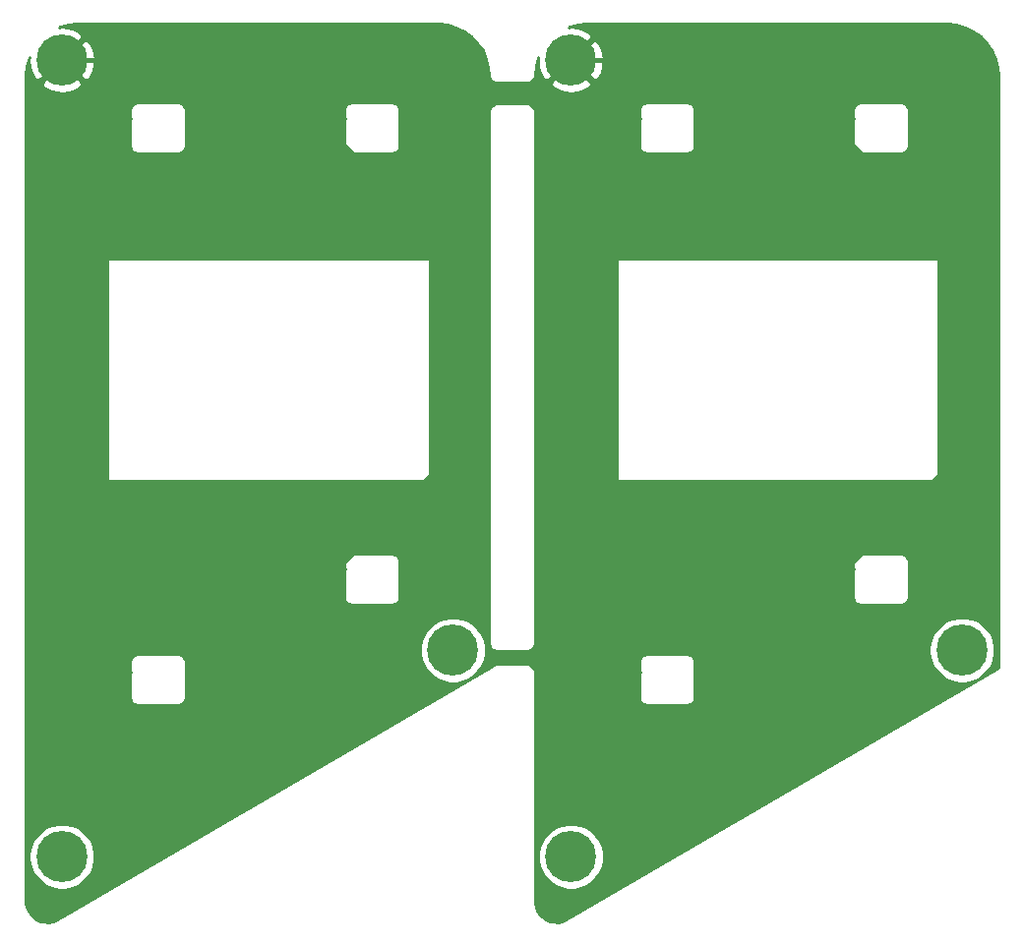
<source format=gtl>
G04 #@! TF.GenerationSoftware,KiCad,Pcbnew,5.1.5+dfsg1-2build2*
G04 #@! TF.CreationDate,2020-12-13T19:06:00+09:00*
G04 #@! TF.ProjectId,shield,73686965-6c64-42e6-9b69-6361645f7063,rev?*
G04 #@! TF.SameCoordinates,Original*
G04 #@! TF.FileFunction,Copper,L1,Top*
G04 #@! TF.FilePolarity,Positive*
%FSLAX46Y46*%
G04 Gerber Fmt 4.6, Leading zero omitted, Abs format (unit mm)*
G04 Created by KiCad (PCBNEW 5.1.5+dfsg1-2build2) date 2020-12-13 19:06:00*
%MOMM*%
%LPD*%
G04 APERTURE LIST*
%ADD10C,0.700000*%
%ADD11C,4.400000*%
%ADD12C,0.800000*%
%ADD13C,0.400000*%
%ADD14C,0.254000*%
G04 APERTURE END LIST*
D10*
X158011726Y-83923274D03*
X156845000Y-83440000D03*
X155678274Y-83923274D03*
X155195000Y-85090000D03*
X155678274Y-86256726D03*
X156845000Y-86740000D03*
X158011726Y-86256726D03*
X158495000Y-85090000D03*
D11*
X156845000Y-85090000D03*
X113030000Y-85090000D03*
D10*
X114680000Y-85090000D03*
X114196726Y-86256726D03*
X113030000Y-86740000D03*
X111863274Y-86256726D03*
X111380000Y-85090000D03*
X111863274Y-83923274D03*
X113030000Y-83440000D03*
X114196726Y-83923274D03*
D11*
X146685000Y-67310000D03*
D10*
X148335000Y-67310000D03*
X147851726Y-68476726D03*
X146685000Y-68960000D03*
X145518274Y-68476726D03*
X145035000Y-67310000D03*
X145518274Y-66143274D03*
X146685000Y-65660000D03*
X147851726Y-66143274D03*
X191666726Y-66143274D03*
X190500000Y-65660000D03*
X189333274Y-66143274D03*
X188850000Y-67310000D03*
X189333274Y-68476726D03*
X190500000Y-68960000D03*
X191666726Y-68476726D03*
X192150000Y-67310000D03*
D11*
X190500000Y-67310000D03*
D10*
X114196726Y-15343274D03*
X113030000Y-14860000D03*
X111863274Y-15343274D03*
X111380000Y-16510000D03*
X111863274Y-17676726D03*
X113030000Y-18160000D03*
X114196726Y-17676726D03*
X114680000Y-16510000D03*
D11*
X113030000Y-16510000D03*
X156845000Y-16510000D03*
D10*
X158495000Y-16510000D03*
X158011726Y-17676726D03*
X156845000Y-18160000D03*
X155678274Y-17676726D03*
X155195000Y-16510000D03*
X155678274Y-15343274D03*
X156845000Y-14860000D03*
X158011726Y-15343274D03*
D12*
X137160000Y-60325000D03*
X142875000Y-26035000D03*
X137160000Y-21590000D03*
X138430000Y-66675000D03*
X118745000Y-21590000D03*
X118745000Y-69215000D03*
X186690000Y-26035000D03*
X182245000Y-66675000D03*
X162560000Y-21590000D03*
X162560000Y-69215000D03*
X180975000Y-21590000D03*
X180975000Y-60325000D03*
D13*
X137160000Y-23662552D02*
X144747010Y-31249562D01*
X116872990Y-67342990D02*
X116872990Y-23462010D01*
X113030000Y-16510000D02*
X132080000Y-16510000D01*
X118110000Y-21590000D02*
X118745000Y-21590000D01*
X161925000Y-21590000D02*
X162560000Y-21590000D01*
X175895000Y-16510000D02*
X180975000Y-21590000D01*
X116872990Y-23462010D02*
X118345001Y-21989999D01*
X132080000Y-16510000D02*
X137160000Y-21590000D01*
X162560000Y-69215000D02*
X160687990Y-67342990D01*
X113030000Y-16510000D02*
X118110000Y-21590000D01*
X156845000Y-16510000D02*
X175895000Y-16510000D01*
X180975000Y-21590000D02*
X180975000Y-23662552D01*
X188562010Y-52266755D02*
X180975000Y-59853765D01*
X180975000Y-59853765D02*
X180975000Y-60325000D01*
X137160000Y-21590000D02*
X137160000Y-23662552D01*
X144747010Y-31249562D02*
X144747010Y-52266755D01*
X137160000Y-59853765D02*
X137160000Y-60325000D01*
X118745000Y-69215000D02*
X116872990Y-67342990D01*
X160687990Y-67342990D02*
X160687990Y-23462010D01*
X160687990Y-23462010D02*
X162160001Y-21989999D01*
X162160001Y-21989999D02*
X162560000Y-21590000D01*
X156845000Y-16510000D02*
X161925000Y-21590000D01*
X144747010Y-52266755D02*
X137160000Y-59853765D01*
X180975000Y-23662552D02*
X188562010Y-31249562D01*
X188562010Y-31249562D02*
X188562010Y-52266755D01*
X118345001Y-21989999D02*
X118745000Y-21590000D01*
D14*
G36*
X146188358Y-13481842D02*
G01*
X146937277Y-13686723D01*
X147638072Y-14020986D01*
X148268605Y-14474069D01*
X148808934Y-15031645D01*
X149241989Y-15676099D01*
X149554073Y-16387044D01*
X149736640Y-17147493D01*
X149782438Y-17771139D01*
X149781565Y-17780000D01*
X149795273Y-17919184D01*
X149835872Y-18053020D01*
X149901800Y-18176363D01*
X149990525Y-18284475D01*
X150098637Y-18373200D01*
X150221980Y-18439128D01*
X150355816Y-18479727D01*
X150460123Y-18490000D01*
X153069877Y-18490000D01*
X153174184Y-18479727D01*
X153308020Y-18439128D01*
X153431363Y-18373200D01*
X153539475Y-18284475D01*
X153628200Y-18176363D01*
X153694128Y-18053020D01*
X153734727Y-17919184D01*
X153748435Y-17780000D01*
X153748113Y-17776734D01*
X153816842Y-17006642D01*
X154020970Y-16260474D01*
X153996322Y-16525174D01*
X154054019Y-17080632D01*
X154218972Y-17614161D01*
X154467982Y-18080024D01*
X154855225Y-18320170D01*
X156665395Y-16510000D01*
X157024605Y-16510000D01*
X158834775Y-18320170D01*
X159222018Y-18080024D01*
X159482641Y-17586123D01*
X159641901Y-17050867D01*
X159693678Y-16494826D01*
X159635981Y-15939368D01*
X159471028Y-15405839D01*
X159222018Y-14939976D01*
X158834775Y-14699830D01*
X157024605Y-16510000D01*
X156665395Y-16510000D01*
X156651253Y-16495858D01*
X156830858Y-16316253D01*
X156845000Y-16330395D01*
X158655170Y-14520225D01*
X158415024Y-14132982D01*
X157921123Y-13872359D01*
X157385867Y-13713099D01*
X156829826Y-13661322D01*
X156627773Y-13682310D01*
X156722044Y-13640927D01*
X157482493Y-13458360D01*
X158141031Y-13410000D01*
X189198382Y-13410000D01*
X190003358Y-13481842D01*
X190752277Y-13686723D01*
X191453072Y-14020986D01*
X192083605Y-14474069D01*
X192623934Y-15031645D01*
X193056989Y-15676099D01*
X193369073Y-16387044D01*
X193551640Y-17147493D01*
X193600001Y-17806044D01*
X193600000Y-68807423D01*
X156402854Y-90529551D01*
X156058992Y-90661307D01*
X155707664Y-90721772D01*
X155351289Y-90712844D01*
X155003433Y-90634867D01*
X154677348Y-90490808D01*
X154385451Y-90286154D01*
X154138870Y-90028708D01*
X153946986Y-89728264D01*
X153817114Y-89396275D01*
X153750547Y-89025011D01*
X153745000Y-88885847D01*
X153745000Y-84810777D01*
X154010000Y-84810777D01*
X154010000Y-85369223D01*
X154118948Y-85916939D01*
X154332656Y-86432876D01*
X154642912Y-86897207D01*
X155037793Y-87292088D01*
X155502124Y-87602344D01*
X156018061Y-87816052D01*
X156565777Y-87925000D01*
X157124223Y-87925000D01*
X157671939Y-87816052D01*
X158187876Y-87602344D01*
X158652207Y-87292088D01*
X159047088Y-86897207D01*
X159357344Y-86432876D01*
X159571052Y-85916939D01*
X159680000Y-85369223D01*
X159680000Y-84810777D01*
X159571052Y-84263061D01*
X159357344Y-83747124D01*
X159047088Y-83282793D01*
X158652207Y-82887912D01*
X158187876Y-82577656D01*
X157671939Y-82363948D01*
X157124223Y-82255000D01*
X156565777Y-82255000D01*
X156018061Y-82363948D01*
X155502124Y-82577656D01*
X155037793Y-82887912D01*
X154642912Y-83282793D01*
X154332656Y-83747124D01*
X154118948Y-84263061D01*
X154010000Y-84810777D01*
X153745000Y-84810777D01*
X153745000Y-69249876D01*
X153748435Y-69215000D01*
X153734727Y-69075816D01*
X153694128Y-68941980D01*
X153628200Y-68818637D01*
X153539475Y-68710525D01*
X153431363Y-68621800D01*
X153308020Y-68555872D01*
X153174184Y-68515273D01*
X153069877Y-68505000D01*
X153035000Y-68501565D01*
X153000123Y-68505000D01*
X150551438Y-68505000D01*
X150538133Y-68502871D01*
X150481651Y-68505000D01*
X150460123Y-68505000D01*
X150446775Y-68506315D01*
X150398375Y-68508139D01*
X150377343Y-68513153D01*
X150355816Y-68515273D01*
X150309454Y-68529337D01*
X150262329Y-68540571D01*
X150242674Y-68549595D01*
X150221980Y-68555872D01*
X150179245Y-68578715D01*
X150167076Y-68584301D01*
X150148523Y-68595136D01*
X150098637Y-68621800D01*
X150088212Y-68630355D01*
X112587854Y-90529551D01*
X112243992Y-90661307D01*
X111892664Y-90721772D01*
X111536289Y-90712844D01*
X111188433Y-90634867D01*
X110862348Y-90490808D01*
X110570451Y-90286154D01*
X110323870Y-90028708D01*
X110131986Y-89728264D01*
X110002114Y-89396275D01*
X109935547Y-89025011D01*
X109930000Y-88885847D01*
X109930000Y-84810777D01*
X110195000Y-84810777D01*
X110195000Y-85369223D01*
X110303948Y-85916939D01*
X110517656Y-86432876D01*
X110827912Y-86897207D01*
X111222793Y-87292088D01*
X111687124Y-87602344D01*
X112203061Y-87816052D01*
X112750777Y-87925000D01*
X113309223Y-87925000D01*
X113856939Y-87816052D01*
X114372876Y-87602344D01*
X114837207Y-87292088D01*
X115232088Y-86897207D01*
X115542344Y-86432876D01*
X115756052Y-85916939D01*
X115865000Y-85369223D01*
X115865000Y-84810777D01*
X115756052Y-84263061D01*
X115542344Y-83747124D01*
X115232088Y-83282793D01*
X114837207Y-82887912D01*
X114372876Y-82577656D01*
X113856939Y-82363948D01*
X113309223Y-82255000D01*
X112750777Y-82255000D01*
X112203061Y-82363948D01*
X111687124Y-82577656D01*
X111222793Y-82887912D01*
X110827912Y-83282793D01*
X110517656Y-83747124D01*
X110303948Y-84263061D01*
X110195000Y-84810777D01*
X109930000Y-84810777D01*
X109930000Y-68350000D01*
X118886638Y-68350000D01*
X118890001Y-68384145D01*
X118890000Y-71315865D01*
X118886638Y-71350000D01*
X118900057Y-71486244D01*
X118939798Y-71617252D01*
X119004333Y-71737989D01*
X119091183Y-71843817D01*
X119197011Y-71930667D01*
X119317748Y-71995202D01*
X119448756Y-72034943D01*
X119585000Y-72048362D01*
X119619134Y-72045000D01*
X122950866Y-72045000D01*
X122985000Y-72048362D01*
X123121244Y-72034943D01*
X123252252Y-71995202D01*
X123372989Y-71930667D01*
X123478817Y-71843817D01*
X123565667Y-71737989D01*
X123630202Y-71617252D01*
X123669943Y-71486244D01*
X123680000Y-71384135D01*
X123680000Y-71384134D01*
X123683362Y-71350000D01*
X123680000Y-71315865D01*
X123680000Y-68384135D01*
X123683362Y-68350000D01*
X123669943Y-68213756D01*
X123630202Y-68082748D01*
X123565667Y-67962011D01*
X123478817Y-67856183D01*
X123372989Y-67769333D01*
X123252252Y-67704798D01*
X123121244Y-67665057D01*
X123019135Y-67655000D01*
X123019134Y-67655000D01*
X122985000Y-67651638D01*
X122950865Y-67655000D01*
X119619135Y-67655000D01*
X119585000Y-67651638D01*
X119550866Y-67655000D01*
X119550865Y-67655000D01*
X119448756Y-67665057D01*
X119317748Y-67704798D01*
X119197011Y-67769333D01*
X119091183Y-67856183D01*
X119004333Y-67962011D01*
X118939798Y-68082748D01*
X118900057Y-68213756D01*
X118886638Y-68350000D01*
X109930000Y-68350000D01*
X109930000Y-67030777D01*
X143850000Y-67030777D01*
X143850000Y-67589223D01*
X143958948Y-68136939D01*
X144172656Y-68652876D01*
X144482912Y-69117207D01*
X144877793Y-69512088D01*
X145342124Y-69822344D01*
X145858061Y-70036052D01*
X146405777Y-70145000D01*
X146964223Y-70145000D01*
X147511939Y-70036052D01*
X148027876Y-69822344D01*
X148492207Y-69512088D01*
X148887088Y-69117207D01*
X149197344Y-68652876D01*
X149322799Y-68350000D01*
X162701638Y-68350000D01*
X162705001Y-68384145D01*
X162705000Y-71315865D01*
X162701638Y-71350000D01*
X162715057Y-71486244D01*
X162754798Y-71617252D01*
X162819333Y-71737989D01*
X162906183Y-71843817D01*
X163012011Y-71930667D01*
X163132748Y-71995202D01*
X163263756Y-72034943D01*
X163400000Y-72048362D01*
X163434134Y-72045000D01*
X166765866Y-72045000D01*
X166800000Y-72048362D01*
X166936244Y-72034943D01*
X167067252Y-71995202D01*
X167187989Y-71930667D01*
X167293817Y-71843817D01*
X167380667Y-71737989D01*
X167445202Y-71617252D01*
X167484943Y-71486244D01*
X167495000Y-71384135D01*
X167495000Y-71384134D01*
X167498362Y-71350000D01*
X167495000Y-71315865D01*
X167495000Y-68384135D01*
X167498362Y-68350000D01*
X167484943Y-68213756D01*
X167445202Y-68082748D01*
X167380667Y-67962011D01*
X167293817Y-67856183D01*
X167187989Y-67769333D01*
X167067252Y-67704798D01*
X166936244Y-67665057D01*
X166834135Y-67655000D01*
X166834134Y-67655000D01*
X166800000Y-67651638D01*
X166765865Y-67655000D01*
X163434135Y-67655000D01*
X163400000Y-67651638D01*
X163365866Y-67655000D01*
X163365865Y-67655000D01*
X163263756Y-67665057D01*
X163132748Y-67704798D01*
X163012011Y-67769333D01*
X162906183Y-67856183D01*
X162819333Y-67962011D01*
X162754798Y-68082748D01*
X162715057Y-68213756D01*
X162701638Y-68350000D01*
X149322799Y-68350000D01*
X149411052Y-68136939D01*
X149520000Y-67589223D01*
X149520000Y-67030777D01*
X149411052Y-66483061D01*
X149197344Y-65967124D01*
X148887088Y-65502793D01*
X148492207Y-65107912D01*
X148027876Y-64797656D01*
X147511939Y-64583948D01*
X146964223Y-64475000D01*
X146405777Y-64475000D01*
X145858061Y-64583948D01*
X145342124Y-64797656D01*
X144877793Y-65107912D01*
X144482912Y-65502793D01*
X144172656Y-65967124D01*
X143958948Y-66483061D01*
X143850000Y-67030777D01*
X109930000Y-67030777D01*
X109930000Y-59714000D01*
X137301638Y-59714000D01*
X137305001Y-59748145D01*
X137305000Y-62679865D01*
X137301638Y-62714000D01*
X137315057Y-62850244D01*
X137354798Y-62981252D01*
X137419333Y-63101989D01*
X137506183Y-63207817D01*
X137612011Y-63294667D01*
X137732748Y-63359202D01*
X137863756Y-63398943D01*
X138000000Y-63412362D01*
X138034134Y-63409000D01*
X141365866Y-63409000D01*
X141400000Y-63412362D01*
X141536244Y-63398943D01*
X141667252Y-63359202D01*
X141787989Y-63294667D01*
X141893817Y-63207817D01*
X141980667Y-63101989D01*
X142045202Y-62981252D01*
X142084943Y-62850244D01*
X142095000Y-62748135D01*
X142095000Y-62748134D01*
X142098362Y-62714000D01*
X142095000Y-62679865D01*
X142095000Y-59748135D01*
X142098362Y-59714000D01*
X142084943Y-59577756D01*
X142045202Y-59446748D01*
X141980667Y-59326011D01*
X141893817Y-59220183D01*
X141787989Y-59133333D01*
X141667252Y-59068798D01*
X141536244Y-59029057D01*
X141434135Y-59019000D01*
X141434134Y-59019000D01*
X141400000Y-59015638D01*
X141365865Y-59019000D01*
X138034135Y-59019000D01*
X138000000Y-59015638D01*
X137965866Y-59019000D01*
X137965865Y-59019000D01*
X137863756Y-59029057D01*
X137732748Y-59068798D01*
X137612011Y-59133333D01*
X137506183Y-59220183D01*
X137419333Y-59326011D01*
X137354798Y-59446748D01*
X137315057Y-59577756D01*
X137301638Y-59714000D01*
X109930000Y-59714000D01*
X109930000Y-34290000D01*
X116634565Y-34290000D01*
X116638000Y-34324877D01*
X116638001Y-52035113D01*
X116634565Y-52070000D01*
X116648273Y-52209184D01*
X116688872Y-52343020D01*
X116754800Y-52466363D01*
X116843525Y-52574475D01*
X116951637Y-52663200D01*
X117074980Y-52729128D01*
X117208816Y-52769727D01*
X117313123Y-52780000D01*
X117348000Y-52783435D01*
X117382877Y-52780000D01*
X144237123Y-52780000D01*
X144272000Y-52783435D01*
X144306877Y-52780000D01*
X144411184Y-52769727D01*
X144545020Y-52729128D01*
X144668363Y-52663200D01*
X144776475Y-52574475D01*
X144865200Y-52466363D01*
X144931128Y-52343020D01*
X144971727Y-52209184D01*
X144985435Y-52070000D01*
X144982000Y-52035123D01*
X144982000Y-34324877D01*
X144985435Y-34290000D01*
X144971727Y-34150816D01*
X144931128Y-34016980D01*
X144865200Y-33893637D01*
X144776475Y-33785525D01*
X144668363Y-33696800D01*
X144545020Y-33630872D01*
X144411184Y-33590273D01*
X144306877Y-33580000D01*
X144272000Y-33576565D01*
X144237123Y-33580000D01*
X117382877Y-33580000D01*
X117348000Y-33576565D01*
X117313123Y-33580000D01*
X117208816Y-33590273D01*
X117074980Y-33630872D01*
X116951637Y-33696800D01*
X116843525Y-33785525D01*
X116754800Y-33893637D01*
X116688872Y-34016980D01*
X116648273Y-34150816D01*
X116634565Y-34290000D01*
X109930000Y-34290000D01*
X109930000Y-20852000D01*
X118886638Y-20852000D01*
X118890001Y-20886145D01*
X118890000Y-23817865D01*
X118886638Y-23852000D01*
X118900057Y-23988244D01*
X118939798Y-24119252D01*
X119004333Y-24239989D01*
X119091183Y-24345817D01*
X119197011Y-24432667D01*
X119317748Y-24497202D01*
X119448756Y-24536943D01*
X119585000Y-24550362D01*
X119619134Y-24547000D01*
X122950866Y-24547000D01*
X122985000Y-24550362D01*
X123121244Y-24536943D01*
X123252252Y-24497202D01*
X123372989Y-24432667D01*
X123478817Y-24345817D01*
X123565667Y-24239989D01*
X123630202Y-24119252D01*
X123669943Y-23988244D01*
X123680000Y-23886135D01*
X123680000Y-23886134D01*
X123683362Y-23852000D01*
X123680000Y-23817865D01*
X123680000Y-20886135D01*
X123683362Y-20852000D01*
X137301638Y-20852000D01*
X137305001Y-20886145D01*
X137305000Y-23817865D01*
X137301638Y-23852000D01*
X137315057Y-23988244D01*
X137354798Y-24119252D01*
X137419333Y-24239989D01*
X137506183Y-24345817D01*
X137612011Y-24432667D01*
X137732748Y-24497202D01*
X137863756Y-24536943D01*
X138000000Y-24550362D01*
X138034134Y-24547000D01*
X141365866Y-24547000D01*
X141400000Y-24550362D01*
X141536244Y-24536943D01*
X141667252Y-24497202D01*
X141787989Y-24432667D01*
X141893817Y-24345817D01*
X141980667Y-24239989D01*
X142045202Y-24119252D01*
X142084943Y-23988244D01*
X142095000Y-23886135D01*
X142095000Y-23886134D01*
X142098362Y-23852000D01*
X142095000Y-23817865D01*
X142095000Y-20955000D01*
X149781565Y-20955000D01*
X149785001Y-20989887D01*
X149785000Y-66640123D01*
X149781565Y-66675000D01*
X149795273Y-66814184D01*
X149835872Y-66948020D01*
X149901800Y-67071363D01*
X149990525Y-67179475D01*
X150098637Y-67268200D01*
X150221980Y-67334128D01*
X150355816Y-67374727D01*
X150495000Y-67388435D01*
X150529877Y-67385000D01*
X153000123Y-67385000D01*
X153035000Y-67388435D01*
X153069877Y-67385000D01*
X153174184Y-67374727D01*
X153308020Y-67334128D01*
X153431363Y-67268200D01*
X153539475Y-67179475D01*
X153628200Y-67071363D01*
X153649893Y-67030777D01*
X187665000Y-67030777D01*
X187665000Y-67589223D01*
X187773948Y-68136939D01*
X187987656Y-68652876D01*
X188297912Y-69117207D01*
X188692793Y-69512088D01*
X189157124Y-69822344D01*
X189673061Y-70036052D01*
X190220777Y-70145000D01*
X190779223Y-70145000D01*
X191326939Y-70036052D01*
X191842876Y-69822344D01*
X192307207Y-69512088D01*
X192702088Y-69117207D01*
X193012344Y-68652876D01*
X193226052Y-68136939D01*
X193335000Y-67589223D01*
X193335000Y-67030777D01*
X193226052Y-66483061D01*
X193012344Y-65967124D01*
X192702088Y-65502793D01*
X192307207Y-65107912D01*
X191842876Y-64797656D01*
X191326939Y-64583948D01*
X190779223Y-64475000D01*
X190220777Y-64475000D01*
X189673061Y-64583948D01*
X189157124Y-64797656D01*
X188692793Y-65107912D01*
X188297912Y-65502793D01*
X187987656Y-65967124D01*
X187773948Y-66483061D01*
X187665000Y-67030777D01*
X153649893Y-67030777D01*
X153694128Y-66948020D01*
X153734727Y-66814184D01*
X153748435Y-66675000D01*
X153745000Y-66640123D01*
X153745000Y-59714000D01*
X181116638Y-59714000D01*
X181120001Y-59748145D01*
X181120000Y-62679865D01*
X181116638Y-62714000D01*
X181130057Y-62850244D01*
X181169798Y-62981252D01*
X181234333Y-63101989D01*
X181321183Y-63207817D01*
X181427011Y-63294667D01*
X181547748Y-63359202D01*
X181678756Y-63398943D01*
X181815000Y-63412362D01*
X181849134Y-63409000D01*
X185180866Y-63409000D01*
X185215000Y-63412362D01*
X185351244Y-63398943D01*
X185482252Y-63359202D01*
X185602989Y-63294667D01*
X185708817Y-63207817D01*
X185795667Y-63101989D01*
X185860202Y-62981252D01*
X185899943Y-62850244D01*
X185910000Y-62748135D01*
X185910000Y-62748134D01*
X185913362Y-62714000D01*
X185910000Y-62679865D01*
X185910000Y-59748135D01*
X185913362Y-59714000D01*
X185899943Y-59577756D01*
X185860202Y-59446748D01*
X185795667Y-59326011D01*
X185708817Y-59220183D01*
X185602989Y-59133333D01*
X185482252Y-59068798D01*
X185351244Y-59029057D01*
X185249135Y-59019000D01*
X185249134Y-59019000D01*
X185215000Y-59015638D01*
X185180865Y-59019000D01*
X181849135Y-59019000D01*
X181815000Y-59015638D01*
X181780866Y-59019000D01*
X181780865Y-59019000D01*
X181678756Y-59029057D01*
X181547748Y-59068798D01*
X181427011Y-59133333D01*
X181321183Y-59220183D01*
X181234333Y-59326011D01*
X181169798Y-59446748D01*
X181130057Y-59577756D01*
X181116638Y-59714000D01*
X153745000Y-59714000D01*
X153745000Y-34290000D01*
X160449565Y-34290000D01*
X160453000Y-34324877D01*
X160453001Y-52035113D01*
X160449565Y-52070000D01*
X160463273Y-52209184D01*
X160503872Y-52343020D01*
X160569800Y-52466363D01*
X160658525Y-52574475D01*
X160766637Y-52663200D01*
X160889980Y-52729128D01*
X161023816Y-52769727D01*
X161128123Y-52780000D01*
X161163000Y-52783435D01*
X161197877Y-52780000D01*
X188052123Y-52780000D01*
X188087000Y-52783435D01*
X188121877Y-52780000D01*
X188226184Y-52769727D01*
X188360020Y-52729128D01*
X188483363Y-52663200D01*
X188591475Y-52574475D01*
X188680200Y-52466363D01*
X188746128Y-52343020D01*
X188786727Y-52209184D01*
X188800435Y-52070000D01*
X188797000Y-52035123D01*
X188797000Y-34324877D01*
X188800435Y-34290000D01*
X188786727Y-34150816D01*
X188746128Y-34016980D01*
X188680200Y-33893637D01*
X188591475Y-33785525D01*
X188483363Y-33696800D01*
X188360020Y-33630872D01*
X188226184Y-33590273D01*
X188121877Y-33580000D01*
X188087000Y-33576565D01*
X188052123Y-33580000D01*
X161197877Y-33580000D01*
X161163000Y-33576565D01*
X161128123Y-33580000D01*
X161023816Y-33590273D01*
X160889980Y-33630872D01*
X160766637Y-33696800D01*
X160658525Y-33785525D01*
X160569800Y-33893637D01*
X160503872Y-34016980D01*
X160463273Y-34150816D01*
X160449565Y-34290000D01*
X153745000Y-34290000D01*
X153745000Y-20989877D01*
X153748435Y-20955000D01*
X153738291Y-20852000D01*
X162701638Y-20852000D01*
X162705001Y-20886145D01*
X162705000Y-23817865D01*
X162701638Y-23852000D01*
X162715057Y-23988244D01*
X162754798Y-24119252D01*
X162819333Y-24239989D01*
X162906183Y-24345817D01*
X163012011Y-24432667D01*
X163132748Y-24497202D01*
X163263756Y-24536943D01*
X163400000Y-24550362D01*
X163434134Y-24547000D01*
X166765866Y-24547000D01*
X166800000Y-24550362D01*
X166936244Y-24536943D01*
X167067252Y-24497202D01*
X167187989Y-24432667D01*
X167293817Y-24345817D01*
X167380667Y-24239989D01*
X167445202Y-24119252D01*
X167484943Y-23988244D01*
X167495000Y-23886135D01*
X167495000Y-23886134D01*
X167498362Y-23852000D01*
X167495000Y-23817865D01*
X167495000Y-20886135D01*
X167498362Y-20852000D01*
X181116638Y-20852000D01*
X181120001Y-20886145D01*
X181120000Y-23817865D01*
X181116638Y-23852000D01*
X181130057Y-23988244D01*
X181169798Y-24119252D01*
X181234333Y-24239989D01*
X181321183Y-24345817D01*
X181427011Y-24432667D01*
X181547748Y-24497202D01*
X181678756Y-24536943D01*
X181815000Y-24550362D01*
X181849134Y-24547000D01*
X185180866Y-24547000D01*
X185215000Y-24550362D01*
X185351244Y-24536943D01*
X185482252Y-24497202D01*
X185602989Y-24432667D01*
X185708817Y-24345817D01*
X185795667Y-24239989D01*
X185860202Y-24119252D01*
X185899943Y-23988244D01*
X185910000Y-23886135D01*
X185910000Y-23886134D01*
X185913362Y-23852000D01*
X185910000Y-23817865D01*
X185910000Y-20886135D01*
X185913362Y-20852000D01*
X185899943Y-20715756D01*
X185860202Y-20584748D01*
X185795667Y-20464011D01*
X185708817Y-20358183D01*
X185602989Y-20271333D01*
X185482252Y-20206798D01*
X185351244Y-20167057D01*
X185249135Y-20157000D01*
X185249134Y-20157000D01*
X185215000Y-20153638D01*
X185180865Y-20157000D01*
X181849135Y-20157000D01*
X181815000Y-20153638D01*
X181780866Y-20157000D01*
X181780865Y-20157000D01*
X181678756Y-20167057D01*
X181547748Y-20206798D01*
X181427011Y-20271333D01*
X181321183Y-20358183D01*
X181234333Y-20464011D01*
X181169798Y-20584748D01*
X181130057Y-20715756D01*
X181116638Y-20852000D01*
X167498362Y-20852000D01*
X167484943Y-20715756D01*
X167445202Y-20584748D01*
X167380667Y-20464011D01*
X167293817Y-20358183D01*
X167187989Y-20271333D01*
X167067252Y-20206798D01*
X166936244Y-20167057D01*
X166834135Y-20157000D01*
X166834134Y-20157000D01*
X166800000Y-20153638D01*
X166765865Y-20157000D01*
X163434135Y-20157000D01*
X163400000Y-20153638D01*
X163365866Y-20157000D01*
X163365865Y-20157000D01*
X163263756Y-20167057D01*
X163132748Y-20206798D01*
X163012011Y-20271333D01*
X162906183Y-20358183D01*
X162819333Y-20464011D01*
X162754798Y-20584748D01*
X162715057Y-20715756D01*
X162701638Y-20852000D01*
X153738291Y-20852000D01*
X153734727Y-20815816D01*
X153694128Y-20681980D01*
X153628200Y-20558637D01*
X153539475Y-20450525D01*
X153431363Y-20361800D01*
X153308020Y-20295872D01*
X153174184Y-20255273D01*
X153069877Y-20245000D01*
X153035000Y-20241565D01*
X153000123Y-20245000D01*
X150529877Y-20245000D01*
X150495000Y-20241565D01*
X150460123Y-20245000D01*
X150355816Y-20255273D01*
X150221980Y-20295872D01*
X150098637Y-20361800D01*
X149990525Y-20450525D01*
X149901800Y-20558637D01*
X149835872Y-20681980D01*
X149795273Y-20815816D01*
X149781565Y-20955000D01*
X142095000Y-20955000D01*
X142095000Y-20886135D01*
X142098362Y-20852000D01*
X142084943Y-20715756D01*
X142045202Y-20584748D01*
X141980667Y-20464011D01*
X141893817Y-20358183D01*
X141787989Y-20271333D01*
X141667252Y-20206798D01*
X141536244Y-20167057D01*
X141434135Y-20157000D01*
X141434134Y-20157000D01*
X141400000Y-20153638D01*
X141365865Y-20157000D01*
X138034135Y-20157000D01*
X138000000Y-20153638D01*
X137965866Y-20157000D01*
X137965865Y-20157000D01*
X137863756Y-20167057D01*
X137732748Y-20206798D01*
X137612011Y-20271333D01*
X137506183Y-20358183D01*
X137419333Y-20464011D01*
X137354798Y-20584748D01*
X137315057Y-20715756D01*
X137301638Y-20852000D01*
X123683362Y-20852000D01*
X123669943Y-20715756D01*
X123630202Y-20584748D01*
X123565667Y-20464011D01*
X123478817Y-20358183D01*
X123372989Y-20271333D01*
X123252252Y-20206798D01*
X123121244Y-20167057D01*
X123019135Y-20157000D01*
X123019134Y-20157000D01*
X122985000Y-20153638D01*
X122950865Y-20157000D01*
X119619135Y-20157000D01*
X119585000Y-20153638D01*
X119550866Y-20157000D01*
X119550865Y-20157000D01*
X119448756Y-20167057D01*
X119317748Y-20206798D01*
X119197011Y-20271333D01*
X119091183Y-20358183D01*
X119004333Y-20464011D01*
X118939798Y-20584748D01*
X118900057Y-20715756D01*
X118886638Y-20852000D01*
X109930000Y-20852000D01*
X109930000Y-18499775D01*
X111219830Y-18499775D01*
X111459976Y-18887018D01*
X111953877Y-19147641D01*
X112489133Y-19306901D01*
X113045174Y-19358678D01*
X113600632Y-19300981D01*
X114134161Y-19136028D01*
X114600024Y-18887018D01*
X114840170Y-18499775D01*
X155034830Y-18499775D01*
X155274976Y-18887018D01*
X155768877Y-19147641D01*
X156304133Y-19306901D01*
X156860174Y-19358678D01*
X157415632Y-19300981D01*
X157949161Y-19136028D01*
X158415024Y-18887018D01*
X158655170Y-18499775D01*
X156845000Y-16689605D01*
X155034830Y-18499775D01*
X114840170Y-18499775D01*
X113030000Y-16689605D01*
X111219830Y-18499775D01*
X109930000Y-18499775D01*
X109930000Y-17811618D01*
X110001842Y-17006642D01*
X110205970Y-16260474D01*
X110181322Y-16525174D01*
X110239019Y-17080632D01*
X110403972Y-17614161D01*
X110652982Y-18080024D01*
X111040225Y-18320170D01*
X112850395Y-16510000D01*
X113209605Y-16510000D01*
X115019775Y-18320170D01*
X115407018Y-18080024D01*
X115667641Y-17586123D01*
X115826901Y-17050867D01*
X115878678Y-16494826D01*
X115820981Y-15939368D01*
X115656028Y-15405839D01*
X115407018Y-14939976D01*
X115019775Y-14699830D01*
X113209605Y-16510000D01*
X112850395Y-16510000D01*
X112836253Y-16495858D01*
X113015858Y-16316253D01*
X113030000Y-16330395D01*
X114840170Y-14520225D01*
X114600024Y-14132982D01*
X114106123Y-13872359D01*
X113570867Y-13713099D01*
X113014826Y-13661322D01*
X112812773Y-13682310D01*
X112907044Y-13640927D01*
X113667493Y-13458360D01*
X114326031Y-13410000D01*
X145383382Y-13410000D01*
X146188358Y-13481842D01*
G37*
X146188358Y-13481842D02*
X146937277Y-13686723D01*
X147638072Y-14020986D01*
X148268605Y-14474069D01*
X148808934Y-15031645D01*
X149241989Y-15676099D01*
X149554073Y-16387044D01*
X149736640Y-17147493D01*
X149782438Y-17771139D01*
X149781565Y-17780000D01*
X149795273Y-17919184D01*
X149835872Y-18053020D01*
X149901800Y-18176363D01*
X149990525Y-18284475D01*
X150098637Y-18373200D01*
X150221980Y-18439128D01*
X150355816Y-18479727D01*
X150460123Y-18490000D01*
X153069877Y-18490000D01*
X153174184Y-18479727D01*
X153308020Y-18439128D01*
X153431363Y-18373200D01*
X153539475Y-18284475D01*
X153628200Y-18176363D01*
X153694128Y-18053020D01*
X153734727Y-17919184D01*
X153748435Y-17780000D01*
X153748113Y-17776734D01*
X153816842Y-17006642D01*
X154020970Y-16260474D01*
X153996322Y-16525174D01*
X154054019Y-17080632D01*
X154218972Y-17614161D01*
X154467982Y-18080024D01*
X154855225Y-18320170D01*
X156665395Y-16510000D01*
X157024605Y-16510000D01*
X158834775Y-18320170D01*
X159222018Y-18080024D01*
X159482641Y-17586123D01*
X159641901Y-17050867D01*
X159693678Y-16494826D01*
X159635981Y-15939368D01*
X159471028Y-15405839D01*
X159222018Y-14939976D01*
X158834775Y-14699830D01*
X157024605Y-16510000D01*
X156665395Y-16510000D01*
X156651253Y-16495858D01*
X156830858Y-16316253D01*
X156845000Y-16330395D01*
X158655170Y-14520225D01*
X158415024Y-14132982D01*
X157921123Y-13872359D01*
X157385867Y-13713099D01*
X156829826Y-13661322D01*
X156627773Y-13682310D01*
X156722044Y-13640927D01*
X157482493Y-13458360D01*
X158141031Y-13410000D01*
X189198382Y-13410000D01*
X190003358Y-13481842D01*
X190752277Y-13686723D01*
X191453072Y-14020986D01*
X192083605Y-14474069D01*
X192623934Y-15031645D01*
X193056989Y-15676099D01*
X193369073Y-16387044D01*
X193551640Y-17147493D01*
X193600001Y-17806044D01*
X193600000Y-68807423D01*
X156402854Y-90529551D01*
X156058992Y-90661307D01*
X155707664Y-90721772D01*
X155351289Y-90712844D01*
X155003433Y-90634867D01*
X154677348Y-90490808D01*
X154385451Y-90286154D01*
X154138870Y-90028708D01*
X153946986Y-89728264D01*
X153817114Y-89396275D01*
X153750547Y-89025011D01*
X153745000Y-88885847D01*
X153745000Y-84810777D01*
X154010000Y-84810777D01*
X154010000Y-85369223D01*
X154118948Y-85916939D01*
X154332656Y-86432876D01*
X154642912Y-86897207D01*
X155037793Y-87292088D01*
X155502124Y-87602344D01*
X156018061Y-87816052D01*
X156565777Y-87925000D01*
X157124223Y-87925000D01*
X157671939Y-87816052D01*
X158187876Y-87602344D01*
X158652207Y-87292088D01*
X159047088Y-86897207D01*
X159357344Y-86432876D01*
X159571052Y-85916939D01*
X159680000Y-85369223D01*
X159680000Y-84810777D01*
X159571052Y-84263061D01*
X159357344Y-83747124D01*
X159047088Y-83282793D01*
X158652207Y-82887912D01*
X158187876Y-82577656D01*
X157671939Y-82363948D01*
X157124223Y-82255000D01*
X156565777Y-82255000D01*
X156018061Y-82363948D01*
X155502124Y-82577656D01*
X155037793Y-82887912D01*
X154642912Y-83282793D01*
X154332656Y-83747124D01*
X154118948Y-84263061D01*
X154010000Y-84810777D01*
X153745000Y-84810777D01*
X153745000Y-69249876D01*
X153748435Y-69215000D01*
X153734727Y-69075816D01*
X153694128Y-68941980D01*
X153628200Y-68818637D01*
X153539475Y-68710525D01*
X153431363Y-68621800D01*
X153308020Y-68555872D01*
X153174184Y-68515273D01*
X153069877Y-68505000D01*
X153035000Y-68501565D01*
X153000123Y-68505000D01*
X150551438Y-68505000D01*
X150538133Y-68502871D01*
X150481651Y-68505000D01*
X150460123Y-68505000D01*
X150446775Y-68506315D01*
X150398375Y-68508139D01*
X150377343Y-68513153D01*
X150355816Y-68515273D01*
X150309454Y-68529337D01*
X150262329Y-68540571D01*
X150242674Y-68549595D01*
X150221980Y-68555872D01*
X150179245Y-68578715D01*
X150167076Y-68584301D01*
X150148523Y-68595136D01*
X150098637Y-68621800D01*
X150088212Y-68630355D01*
X112587854Y-90529551D01*
X112243992Y-90661307D01*
X111892664Y-90721772D01*
X111536289Y-90712844D01*
X111188433Y-90634867D01*
X110862348Y-90490808D01*
X110570451Y-90286154D01*
X110323870Y-90028708D01*
X110131986Y-89728264D01*
X110002114Y-89396275D01*
X109935547Y-89025011D01*
X109930000Y-88885847D01*
X109930000Y-84810777D01*
X110195000Y-84810777D01*
X110195000Y-85369223D01*
X110303948Y-85916939D01*
X110517656Y-86432876D01*
X110827912Y-86897207D01*
X111222793Y-87292088D01*
X111687124Y-87602344D01*
X112203061Y-87816052D01*
X112750777Y-87925000D01*
X113309223Y-87925000D01*
X113856939Y-87816052D01*
X114372876Y-87602344D01*
X114837207Y-87292088D01*
X115232088Y-86897207D01*
X115542344Y-86432876D01*
X115756052Y-85916939D01*
X115865000Y-85369223D01*
X115865000Y-84810777D01*
X115756052Y-84263061D01*
X115542344Y-83747124D01*
X115232088Y-83282793D01*
X114837207Y-82887912D01*
X114372876Y-82577656D01*
X113856939Y-82363948D01*
X113309223Y-82255000D01*
X112750777Y-82255000D01*
X112203061Y-82363948D01*
X111687124Y-82577656D01*
X111222793Y-82887912D01*
X110827912Y-83282793D01*
X110517656Y-83747124D01*
X110303948Y-84263061D01*
X110195000Y-84810777D01*
X109930000Y-84810777D01*
X109930000Y-68350000D01*
X118886638Y-68350000D01*
X118890001Y-68384145D01*
X118890000Y-71315865D01*
X118886638Y-71350000D01*
X118900057Y-71486244D01*
X118939798Y-71617252D01*
X119004333Y-71737989D01*
X119091183Y-71843817D01*
X119197011Y-71930667D01*
X119317748Y-71995202D01*
X119448756Y-72034943D01*
X119585000Y-72048362D01*
X119619134Y-72045000D01*
X122950866Y-72045000D01*
X122985000Y-72048362D01*
X123121244Y-72034943D01*
X123252252Y-71995202D01*
X123372989Y-71930667D01*
X123478817Y-71843817D01*
X123565667Y-71737989D01*
X123630202Y-71617252D01*
X123669943Y-71486244D01*
X123680000Y-71384135D01*
X123680000Y-71384134D01*
X123683362Y-71350000D01*
X123680000Y-71315865D01*
X123680000Y-68384135D01*
X123683362Y-68350000D01*
X123669943Y-68213756D01*
X123630202Y-68082748D01*
X123565667Y-67962011D01*
X123478817Y-67856183D01*
X123372989Y-67769333D01*
X123252252Y-67704798D01*
X123121244Y-67665057D01*
X123019135Y-67655000D01*
X123019134Y-67655000D01*
X122985000Y-67651638D01*
X122950865Y-67655000D01*
X119619135Y-67655000D01*
X119585000Y-67651638D01*
X119550866Y-67655000D01*
X119550865Y-67655000D01*
X119448756Y-67665057D01*
X119317748Y-67704798D01*
X119197011Y-67769333D01*
X119091183Y-67856183D01*
X119004333Y-67962011D01*
X118939798Y-68082748D01*
X118900057Y-68213756D01*
X118886638Y-68350000D01*
X109930000Y-68350000D01*
X109930000Y-67030777D01*
X143850000Y-67030777D01*
X143850000Y-67589223D01*
X143958948Y-68136939D01*
X144172656Y-68652876D01*
X144482912Y-69117207D01*
X144877793Y-69512088D01*
X145342124Y-69822344D01*
X145858061Y-70036052D01*
X146405777Y-70145000D01*
X146964223Y-70145000D01*
X147511939Y-70036052D01*
X148027876Y-69822344D01*
X148492207Y-69512088D01*
X148887088Y-69117207D01*
X149197344Y-68652876D01*
X149322799Y-68350000D01*
X162701638Y-68350000D01*
X162705001Y-68384145D01*
X162705000Y-71315865D01*
X162701638Y-71350000D01*
X162715057Y-71486244D01*
X162754798Y-71617252D01*
X162819333Y-71737989D01*
X162906183Y-71843817D01*
X163012011Y-71930667D01*
X163132748Y-71995202D01*
X163263756Y-72034943D01*
X163400000Y-72048362D01*
X163434134Y-72045000D01*
X166765866Y-72045000D01*
X166800000Y-72048362D01*
X166936244Y-72034943D01*
X167067252Y-71995202D01*
X167187989Y-71930667D01*
X167293817Y-71843817D01*
X167380667Y-71737989D01*
X167445202Y-71617252D01*
X167484943Y-71486244D01*
X167495000Y-71384135D01*
X167495000Y-71384134D01*
X167498362Y-71350000D01*
X167495000Y-71315865D01*
X167495000Y-68384135D01*
X167498362Y-68350000D01*
X167484943Y-68213756D01*
X167445202Y-68082748D01*
X167380667Y-67962011D01*
X167293817Y-67856183D01*
X167187989Y-67769333D01*
X167067252Y-67704798D01*
X166936244Y-67665057D01*
X166834135Y-67655000D01*
X166834134Y-67655000D01*
X166800000Y-67651638D01*
X166765865Y-67655000D01*
X163434135Y-67655000D01*
X163400000Y-67651638D01*
X163365866Y-67655000D01*
X163365865Y-67655000D01*
X163263756Y-67665057D01*
X163132748Y-67704798D01*
X163012011Y-67769333D01*
X162906183Y-67856183D01*
X162819333Y-67962011D01*
X162754798Y-68082748D01*
X162715057Y-68213756D01*
X162701638Y-68350000D01*
X149322799Y-68350000D01*
X149411052Y-68136939D01*
X149520000Y-67589223D01*
X149520000Y-67030777D01*
X149411052Y-66483061D01*
X149197344Y-65967124D01*
X148887088Y-65502793D01*
X148492207Y-65107912D01*
X148027876Y-64797656D01*
X147511939Y-64583948D01*
X146964223Y-64475000D01*
X146405777Y-64475000D01*
X145858061Y-64583948D01*
X145342124Y-64797656D01*
X144877793Y-65107912D01*
X144482912Y-65502793D01*
X144172656Y-65967124D01*
X143958948Y-66483061D01*
X143850000Y-67030777D01*
X109930000Y-67030777D01*
X109930000Y-59714000D01*
X137301638Y-59714000D01*
X137305001Y-59748145D01*
X137305000Y-62679865D01*
X137301638Y-62714000D01*
X137315057Y-62850244D01*
X137354798Y-62981252D01*
X137419333Y-63101989D01*
X137506183Y-63207817D01*
X137612011Y-63294667D01*
X137732748Y-63359202D01*
X137863756Y-63398943D01*
X138000000Y-63412362D01*
X138034134Y-63409000D01*
X141365866Y-63409000D01*
X141400000Y-63412362D01*
X141536244Y-63398943D01*
X141667252Y-63359202D01*
X141787989Y-63294667D01*
X141893817Y-63207817D01*
X141980667Y-63101989D01*
X142045202Y-62981252D01*
X142084943Y-62850244D01*
X142095000Y-62748135D01*
X142095000Y-62748134D01*
X142098362Y-62714000D01*
X142095000Y-62679865D01*
X142095000Y-59748135D01*
X142098362Y-59714000D01*
X142084943Y-59577756D01*
X142045202Y-59446748D01*
X141980667Y-59326011D01*
X141893817Y-59220183D01*
X141787989Y-59133333D01*
X141667252Y-59068798D01*
X141536244Y-59029057D01*
X141434135Y-59019000D01*
X141434134Y-59019000D01*
X141400000Y-59015638D01*
X141365865Y-59019000D01*
X138034135Y-59019000D01*
X138000000Y-59015638D01*
X137965866Y-59019000D01*
X137965865Y-59019000D01*
X137863756Y-59029057D01*
X137732748Y-59068798D01*
X137612011Y-59133333D01*
X137506183Y-59220183D01*
X137419333Y-59326011D01*
X137354798Y-59446748D01*
X137315057Y-59577756D01*
X137301638Y-59714000D01*
X109930000Y-59714000D01*
X109930000Y-34290000D01*
X116634565Y-34290000D01*
X116638000Y-34324877D01*
X116638001Y-52035113D01*
X116634565Y-52070000D01*
X116648273Y-52209184D01*
X116688872Y-52343020D01*
X116754800Y-52466363D01*
X116843525Y-52574475D01*
X116951637Y-52663200D01*
X117074980Y-52729128D01*
X117208816Y-52769727D01*
X117313123Y-52780000D01*
X117348000Y-52783435D01*
X117382877Y-52780000D01*
X144237123Y-52780000D01*
X144272000Y-52783435D01*
X144306877Y-52780000D01*
X144411184Y-52769727D01*
X144545020Y-52729128D01*
X144668363Y-52663200D01*
X144776475Y-52574475D01*
X144865200Y-52466363D01*
X144931128Y-52343020D01*
X144971727Y-52209184D01*
X144985435Y-52070000D01*
X144982000Y-52035123D01*
X144982000Y-34324877D01*
X144985435Y-34290000D01*
X144971727Y-34150816D01*
X144931128Y-34016980D01*
X144865200Y-33893637D01*
X144776475Y-33785525D01*
X144668363Y-33696800D01*
X144545020Y-33630872D01*
X144411184Y-33590273D01*
X144306877Y-33580000D01*
X144272000Y-33576565D01*
X144237123Y-33580000D01*
X117382877Y-33580000D01*
X117348000Y-33576565D01*
X117313123Y-33580000D01*
X117208816Y-33590273D01*
X117074980Y-33630872D01*
X116951637Y-33696800D01*
X116843525Y-33785525D01*
X116754800Y-33893637D01*
X116688872Y-34016980D01*
X116648273Y-34150816D01*
X116634565Y-34290000D01*
X109930000Y-34290000D01*
X109930000Y-20852000D01*
X118886638Y-20852000D01*
X118890001Y-20886145D01*
X118890000Y-23817865D01*
X118886638Y-23852000D01*
X118900057Y-23988244D01*
X118939798Y-24119252D01*
X119004333Y-24239989D01*
X119091183Y-24345817D01*
X119197011Y-24432667D01*
X119317748Y-24497202D01*
X119448756Y-24536943D01*
X119585000Y-24550362D01*
X119619134Y-24547000D01*
X122950866Y-24547000D01*
X122985000Y-24550362D01*
X123121244Y-24536943D01*
X123252252Y-24497202D01*
X123372989Y-24432667D01*
X123478817Y-24345817D01*
X123565667Y-24239989D01*
X123630202Y-24119252D01*
X123669943Y-23988244D01*
X123680000Y-23886135D01*
X123680000Y-23886134D01*
X123683362Y-23852000D01*
X123680000Y-23817865D01*
X123680000Y-20886135D01*
X123683362Y-20852000D01*
X137301638Y-20852000D01*
X137305001Y-20886145D01*
X137305000Y-23817865D01*
X137301638Y-23852000D01*
X137315057Y-23988244D01*
X137354798Y-24119252D01*
X137419333Y-24239989D01*
X137506183Y-24345817D01*
X137612011Y-24432667D01*
X137732748Y-24497202D01*
X137863756Y-24536943D01*
X138000000Y-24550362D01*
X138034134Y-24547000D01*
X141365866Y-24547000D01*
X141400000Y-24550362D01*
X141536244Y-24536943D01*
X141667252Y-24497202D01*
X141787989Y-24432667D01*
X141893817Y-24345817D01*
X141980667Y-24239989D01*
X142045202Y-24119252D01*
X142084943Y-23988244D01*
X142095000Y-23886135D01*
X142095000Y-23886134D01*
X142098362Y-23852000D01*
X142095000Y-23817865D01*
X142095000Y-20955000D01*
X149781565Y-20955000D01*
X149785001Y-20989887D01*
X149785000Y-66640123D01*
X149781565Y-66675000D01*
X149795273Y-66814184D01*
X149835872Y-66948020D01*
X149901800Y-67071363D01*
X149990525Y-67179475D01*
X150098637Y-67268200D01*
X150221980Y-67334128D01*
X150355816Y-67374727D01*
X150495000Y-67388435D01*
X150529877Y-67385000D01*
X153000123Y-67385000D01*
X153035000Y-67388435D01*
X153069877Y-67385000D01*
X153174184Y-67374727D01*
X153308020Y-67334128D01*
X153431363Y-67268200D01*
X153539475Y-67179475D01*
X153628200Y-67071363D01*
X153649893Y-67030777D01*
X187665000Y-67030777D01*
X187665000Y-67589223D01*
X187773948Y-68136939D01*
X187987656Y-68652876D01*
X188297912Y-69117207D01*
X188692793Y-69512088D01*
X189157124Y-69822344D01*
X189673061Y-70036052D01*
X190220777Y-70145000D01*
X190779223Y-70145000D01*
X191326939Y-70036052D01*
X191842876Y-69822344D01*
X192307207Y-69512088D01*
X192702088Y-69117207D01*
X193012344Y-68652876D01*
X193226052Y-68136939D01*
X193335000Y-67589223D01*
X193335000Y-67030777D01*
X193226052Y-66483061D01*
X193012344Y-65967124D01*
X192702088Y-65502793D01*
X192307207Y-65107912D01*
X191842876Y-64797656D01*
X191326939Y-64583948D01*
X190779223Y-64475000D01*
X190220777Y-64475000D01*
X189673061Y-64583948D01*
X189157124Y-64797656D01*
X188692793Y-65107912D01*
X188297912Y-65502793D01*
X187987656Y-65967124D01*
X187773948Y-66483061D01*
X187665000Y-67030777D01*
X153649893Y-67030777D01*
X153694128Y-66948020D01*
X153734727Y-66814184D01*
X153748435Y-66675000D01*
X153745000Y-66640123D01*
X153745000Y-59714000D01*
X181116638Y-59714000D01*
X181120001Y-59748145D01*
X181120000Y-62679865D01*
X181116638Y-62714000D01*
X181130057Y-62850244D01*
X181169798Y-62981252D01*
X181234333Y-63101989D01*
X181321183Y-63207817D01*
X181427011Y-63294667D01*
X181547748Y-63359202D01*
X181678756Y-63398943D01*
X181815000Y-63412362D01*
X181849134Y-63409000D01*
X185180866Y-63409000D01*
X185215000Y-63412362D01*
X185351244Y-63398943D01*
X185482252Y-63359202D01*
X185602989Y-63294667D01*
X185708817Y-63207817D01*
X185795667Y-63101989D01*
X185860202Y-62981252D01*
X185899943Y-62850244D01*
X185910000Y-62748135D01*
X185910000Y-62748134D01*
X185913362Y-62714000D01*
X185910000Y-62679865D01*
X185910000Y-59748135D01*
X185913362Y-59714000D01*
X185899943Y-59577756D01*
X185860202Y-59446748D01*
X185795667Y-59326011D01*
X185708817Y-59220183D01*
X185602989Y-59133333D01*
X185482252Y-59068798D01*
X185351244Y-59029057D01*
X185249135Y-59019000D01*
X185249134Y-59019000D01*
X185215000Y-59015638D01*
X185180865Y-59019000D01*
X181849135Y-59019000D01*
X181815000Y-59015638D01*
X181780866Y-59019000D01*
X181780865Y-59019000D01*
X181678756Y-59029057D01*
X181547748Y-59068798D01*
X181427011Y-59133333D01*
X181321183Y-59220183D01*
X181234333Y-59326011D01*
X181169798Y-59446748D01*
X181130057Y-59577756D01*
X181116638Y-59714000D01*
X153745000Y-59714000D01*
X153745000Y-34290000D01*
X160449565Y-34290000D01*
X160453000Y-34324877D01*
X160453001Y-52035113D01*
X160449565Y-52070000D01*
X160463273Y-52209184D01*
X160503872Y-52343020D01*
X160569800Y-52466363D01*
X160658525Y-52574475D01*
X160766637Y-52663200D01*
X160889980Y-52729128D01*
X161023816Y-52769727D01*
X161128123Y-52780000D01*
X161163000Y-52783435D01*
X161197877Y-52780000D01*
X188052123Y-52780000D01*
X188087000Y-52783435D01*
X188121877Y-52780000D01*
X188226184Y-52769727D01*
X188360020Y-52729128D01*
X188483363Y-52663200D01*
X188591475Y-52574475D01*
X188680200Y-52466363D01*
X188746128Y-52343020D01*
X188786727Y-52209184D01*
X188800435Y-52070000D01*
X188797000Y-52035123D01*
X188797000Y-34324877D01*
X188800435Y-34290000D01*
X188786727Y-34150816D01*
X188746128Y-34016980D01*
X188680200Y-33893637D01*
X188591475Y-33785525D01*
X188483363Y-33696800D01*
X188360020Y-33630872D01*
X188226184Y-33590273D01*
X188121877Y-33580000D01*
X188087000Y-33576565D01*
X188052123Y-33580000D01*
X161197877Y-33580000D01*
X161163000Y-33576565D01*
X161128123Y-33580000D01*
X161023816Y-33590273D01*
X160889980Y-33630872D01*
X160766637Y-33696800D01*
X160658525Y-33785525D01*
X160569800Y-33893637D01*
X160503872Y-34016980D01*
X160463273Y-34150816D01*
X160449565Y-34290000D01*
X153745000Y-34290000D01*
X153745000Y-20989877D01*
X153748435Y-20955000D01*
X153738291Y-20852000D01*
X162701638Y-20852000D01*
X162705001Y-20886145D01*
X162705000Y-23817865D01*
X162701638Y-23852000D01*
X162715057Y-23988244D01*
X162754798Y-24119252D01*
X162819333Y-24239989D01*
X162906183Y-24345817D01*
X163012011Y-24432667D01*
X163132748Y-24497202D01*
X163263756Y-24536943D01*
X163400000Y-24550362D01*
X163434134Y-24547000D01*
X166765866Y-24547000D01*
X166800000Y-24550362D01*
X166936244Y-24536943D01*
X167067252Y-24497202D01*
X167187989Y-24432667D01*
X167293817Y-24345817D01*
X167380667Y-24239989D01*
X167445202Y-24119252D01*
X167484943Y-23988244D01*
X167495000Y-23886135D01*
X167495000Y-23886134D01*
X167498362Y-23852000D01*
X167495000Y-23817865D01*
X167495000Y-20886135D01*
X167498362Y-20852000D01*
X181116638Y-20852000D01*
X181120001Y-20886145D01*
X181120000Y-23817865D01*
X181116638Y-23852000D01*
X181130057Y-23988244D01*
X181169798Y-24119252D01*
X181234333Y-24239989D01*
X181321183Y-24345817D01*
X181427011Y-24432667D01*
X181547748Y-24497202D01*
X181678756Y-24536943D01*
X181815000Y-24550362D01*
X181849134Y-24547000D01*
X185180866Y-24547000D01*
X185215000Y-24550362D01*
X185351244Y-24536943D01*
X185482252Y-24497202D01*
X185602989Y-24432667D01*
X185708817Y-24345817D01*
X185795667Y-24239989D01*
X185860202Y-24119252D01*
X185899943Y-23988244D01*
X185910000Y-23886135D01*
X185910000Y-23886134D01*
X185913362Y-23852000D01*
X185910000Y-23817865D01*
X185910000Y-20886135D01*
X185913362Y-20852000D01*
X185899943Y-20715756D01*
X185860202Y-20584748D01*
X185795667Y-20464011D01*
X185708817Y-20358183D01*
X185602989Y-20271333D01*
X185482252Y-20206798D01*
X185351244Y-20167057D01*
X185249135Y-20157000D01*
X185249134Y-20157000D01*
X185215000Y-20153638D01*
X185180865Y-20157000D01*
X181849135Y-20157000D01*
X181815000Y-20153638D01*
X181780866Y-20157000D01*
X181780865Y-20157000D01*
X181678756Y-20167057D01*
X181547748Y-20206798D01*
X181427011Y-20271333D01*
X181321183Y-20358183D01*
X181234333Y-20464011D01*
X181169798Y-20584748D01*
X181130057Y-20715756D01*
X181116638Y-20852000D01*
X167498362Y-20852000D01*
X167484943Y-20715756D01*
X167445202Y-20584748D01*
X167380667Y-20464011D01*
X167293817Y-20358183D01*
X167187989Y-20271333D01*
X167067252Y-20206798D01*
X166936244Y-20167057D01*
X166834135Y-20157000D01*
X166834134Y-20157000D01*
X166800000Y-20153638D01*
X166765865Y-20157000D01*
X163434135Y-20157000D01*
X163400000Y-20153638D01*
X163365866Y-20157000D01*
X163365865Y-20157000D01*
X163263756Y-20167057D01*
X163132748Y-20206798D01*
X163012011Y-20271333D01*
X162906183Y-20358183D01*
X162819333Y-20464011D01*
X162754798Y-20584748D01*
X162715057Y-20715756D01*
X162701638Y-20852000D01*
X153738291Y-20852000D01*
X153734727Y-20815816D01*
X153694128Y-20681980D01*
X153628200Y-20558637D01*
X153539475Y-20450525D01*
X153431363Y-20361800D01*
X153308020Y-20295872D01*
X153174184Y-20255273D01*
X153069877Y-20245000D01*
X153035000Y-20241565D01*
X153000123Y-20245000D01*
X150529877Y-20245000D01*
X150495000Y-20241565D01*
X150460123Y-20245000D01*
X150355816Y-20255273D01*
X150221980Y-20295872D01*
X150098637Y-20361800D01*
X149990525Y-20450525D01*
X149901800Y-20558637D01*
X149835872Y-20681980D01*
X149795273Y-20815816D01*
X149781565Y-20955000D01*
X142095000Y-20955000D01*
X142095000Y-20886135D01*
X142098362Y-20852000D01*
X142084943Y-20715756D01*
X142045202Y-20584748D01*
X141980667Y-20464011D01*
X141893817Y-20358183D01*
X141787989Y-20271333D01*
X141667252Y-20206798D01*
X141536244Y-20167057D01*
X141434135Y-20157000D01*
X141434134Y-20157000D01*
X141400000Y-20153638D01*
X141365865Y-20157000D01*
X138034135Y-20157000D01*
X138000000Y-20153638D01*
X137965866Y-20157000D01*
X137965865Y-20157000D01*
X137863756Y-20167057D01*
X137732748Y-20206798D01*
X137612011Y-20271333D01*
X137506183Y-20358183D01*
X137419333Y-20464011D01*
X137354798Y-20584748D01*
X137315057Y-20715756D01*
X137301638Y-20852000D01*
X123683362Y-20852000D01*
X123669943Y-20715756D01*
X123630202Y-20584748D01*
X123565667Y-20464011D01*
X123478817Y-20358183D01*
X123372989Y-20271333D01*
X123252252Y-20206798D01*
X123121244Y-20167057D01*
X123019135Y-20157000D01*
X123019134Y-20157000D01*
X122985000Y-20153638D01*
X122950865Y-20157000D01*
X119619135Y-20157000D01*
X119585000Y-20153638D01*
X119550866Y-20157000D01*
X119550865Y-20157000D01*
X119448756Y-20167057D01*
X119317748Y-20206798D01*
X119197011Y-20271333D01*
X119091183Y-20358183D01*
X119004333Y-20464011D01*
X118939798Y-20584748D01*
X118900057Y-20715756D01*
X118886638Y-20852000D01*
X109930000Y-20852000D01*
X109930000Y-18499775D01*
X111219830Y-18499775D01*
X111459976Y-18887018D01*
X111953877Y-19147641D01*
X112489133Y-19306901D01*
X113045174Y-19358678D01*
X113600632Y-19300981D01*
X114134161Y-19136028D01*
X114600024Y-18887018D01*
X114840170Y-18499775D01*
X155034830Y-18499775D01*
X155274976Y-18887018D01*
X155768877Y-19147641D01*
X156304133Y-19306901D01*
X156860174Y-19358678D01*
X157415632Y-19300981D01*
X157949161Y-19136028D01*
X158415024Y-18887018D01*
X158655170Y-18499775D01*
X156845000Y-16689605D01*
X155034830Y-18499775D01*
X114840170Y-18499775D01*
X113030000Y-16689605D01*
X111219830Y-18499775D01*
X109930000Y-18499775D01*
X109930000Y-17811618D01*
X110001842Y-17006642D01*
X110205970Y-16260474D01*
X110181322Y-16525174D01*
X110239019Y-17080632D01*
X110403972Y-17614161D01*
X110652982Y-18080024D01*
X111040225Y-18320170D01*
X112850395Y-16510000D01*
X113209605Y-16510000D01*
X115019775Y-18320170D01*
X115407018Y-18080024D01*
X115667641Y-17586123D01*
X115826901Y-17050867D01*
X115878678Y-16494826D01*
X115820981Y-15939368D01*
X115656028Y-15405839D01*
X115407018Y-14939976D01*
X115019775Y-14699830D01*
X113209605Y-16510000D01*
X112850395Y-16510000D01*
X112836253Y-16495858D01*
X113015858Y-16316253D01*
X113030000Y-16330395D01*
X114840170Y-14520225D01*
X114600024Y-14132982D01*
X114106123Y-13872359D01*
X113570867Y-13713099D01*
X113014826Y-13661322D01*
X112812773Y-13682310D01*
X112907044Y-13640927D01*
X113667493Y-13458360D01*
X114326031Y-13410000D01*
X145383382Y-13410000D01*
X146188358Y-13481842D01*
M02*

</source>
